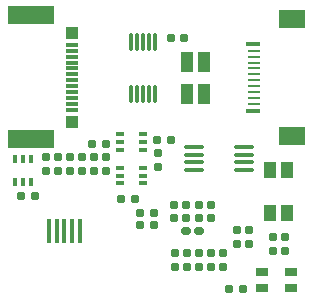
<source format=gtp>
%TF.GenerationSoftware,KiCad,Pcbnew,(6.0.10)*%
%TF.CreationDate,2023-01-29T16:34:22+01:00*%
%TF.ProjectId,twonkie,74776f6e-6b69-4652-9e6b-696361645f70,rev?*%
%TF.SameCoordinates,PX448d510PY20b3950*%
%TF.FileFunction,Paste,Top*%
%TF.FilePolarity,Positive*%
%FSLAX46Y46*%
G04 Gerber Fmt 4.6, Leading zero omitted, Abs format (unit mm)*
G04 Created by KiCad (PCBNEW (6.0.10)) date 2023-01-29 16:34:22*
%MOMM*%
%LPD*%
G01*
G04 APERTURE LIST*
G04 Aperture macros list*
%AMRoundRect*
0 Rectangle with rounded corners*
0 $1 Rounding radius*
0 $2 $3 $4 $5 $6 $7 $8 $9 X,Y pos of 4 corners*
0 Add a 4 corners polygon primitive as box body*
4,1,4,$2,$3,$4,$5,$6,$7,$8,$9,$2,$3,0*
0 Add four circle primitives for the rounded corners*
1,1,$1+$1,$2,$3*
1,1,$1+$1,$4,$5*
1,1,$1+$1,$6,$7*
1,1,$1+$1,$8,$9*
0 Add four rect primitives between the rounded corners*
20,1,$1+$1,$2,$3,$4,$5,0*
20,1,$1+$1,$4,$5,$6,$7,0*
20,1,$1+$1,$6,$7,$8,$9,0*
20,1,$1+$1,$8,$9,$2,$3,0*%
G04 Aperture macros list end*
%ADD10R,0.450000X2.000000*%
%ADD11RoundRect,0.160000X-0.160000X0.197500X-0.160000X-0.197500X0.160000X-0.197500X0.160000X0.197500X0*%
%ADD12RoundRect,0.160000X0.160000X-0.197500X0.160000X0.197500X-0.160000X0.197500X-0.160000X-0.197500X0*%
%ADD13RoundRect,0.160000X0.197500X0.160000X-0.197500X0.160000X-0.197500X-0.160000X0.197500X-0.160000X0*%
%ADD14R,0.650000X0.400000*%
%ADD15RoundRect,0.155000X0.155000X-0.212500X0.155000X0.212500X-0.155000X0.212500X-0.155000X-0.212500X0*%
%ADD16RoundRect,0.160000X-0.197500X-0.160000X0.197500X-0.160000X0.197500X0.160000X-0.197500X0.160000X0*%
%ADD17RoundRect,0.100000X-0.712500X-0.100000X0.712500X-0.100000X0.712500X0.100000X-0.712500X0.100000X0*%
%ADD18R,0.400000X0.650000*%
%ADD19R,1.000000X0.800000*%
%ADD20RoundRect,0.155000X-0.212500X-0.155000X0.212500X-0.155000X0.212500X0.155000X-0.212500X0.155000X0*%
%ADD21R,1.250000X0.410000*%
%ADD22R,1.000000X0.260000*%
%ADD23R,2.200000X1.500000*%
%ADD24R,1.000000X0.300000*%
%ADD25R,1.000000X1.000000*%
%ADD26R,4.000000X1.500000*%
%ADD27R,1.050000X1.400000*%
%ADD28RoundRect,0.160000X-0.222500X-0.160000X0.222500X-0.160000X0.222500X0.160000X-0.222500X0.160000X0*%
%ADD29R,1.100000X1.750000*%
%ADD30RoundRect,0.075000X0.075000X-0.650000X0.075000X0.650000X-0.075000X0.650000X-0.075000X-0.650000X0*%
G04 APERTURE END LIST*
D10*
%TO.C,J3*%
X3729200Y-19390800D03*
X4379200Y-19390800D03*
X5029200Y-19390800D03*
X5679200Y-19390800D03*
X6329200Y-19390800D03*
%TD*%
D11*
%TO.C,R17*%
X14414500Y-21246500D03*
X14414500Y-22441500D03*
%TD*%
%TO.C,R19*%
X16446500Y-21246500D03*
X16446500Y-22441500D03*
%TD*%
D12*
%TO.C,R10*%
X7556500Y-14313500D03*
X7556500Y-13118500D03*
%TD*%
%TO.C,R12*%
X5524500Y-14313500D03*
X5524500Y-13118500D03*
%TD*%
D11*
%TO.C,R15*%
X3492500Y-13118500D03*
X3492500Y-14313500D03*
%TD*%
D13*
%TO.C,R8*%
X8535000Y-12001500D03*
X7340000Y-12001500D03*
%TD*%
D11*
%TO.C,R18*%
X15430500Y-21246500D03*
X15430500Y-22441500D03*
%TD*%
D12*
%TO.C,R11*%
X6540500Y-14313500D03*
X6540500Y-13118500D03*
%TD*%
%TO.C,R1*%
X19685000Y-20473000D03*
X19685000Y-19278000D03*
%TD*%
D14*
%TO.C,Q2*%
X11681500Y-15318500D03*
X11681500Y-14668500D03*
X11681500Y-14018500D03*
X9781500Y-14018500D03*
X9781500Y-14668500D03*
X9781500Y-15318500D03*
%TD*%
D13*
%TO.C,R7*%
X20155500Y-24257000D03*
X18960500Y-24257000D03*
%TD*%
D12*
%TO.C,R13*%
X4508500Y-14313500D03*
X4508500Y-13118500D03*
%TD*%
D13*
%TO.C,R22*%
X11011500Y-16637000D03*
X9816500Y-16637000D03*
%TD*%
D15*
%TO.C,C4*%
X14351000Y-18284000D03*
X14351000Y-17149000D03*
%TD*%
D11*
%TO.C,R23*%
X12954000Y-12737500D03*
X12954000Y-13932500D03*
%TD*%
D16*
%TO.C,R14*%
X1371000Y-16383000D03*
X2566000Y-16383000D03*
%TD*%
%TO.C,R16*%
X12864500Y-11684000D03*
X14059500Y-11684000D03*
%TD*%
D17*
%TO.C,U5*%
X16048500Y-12233000D03*
X16048500Y-12883000D03*
X16048500Y-13533000D03*
X16048500Y-14183000D03*
X20273500Y-14183000D03*
X20273500Y-13533000D03*
X20273500Y-12883000D03*
X20273500Y-12233000D03*
%TD*%
D11*
%TO.C,R20*%
X17462500Y-21246500D03*
X17462500Y-22441500D03*
%TD*%
%TO.C,R21*%
X18478500Y-21246500D03*
X18478500Y-22441500D03*
%TD*%
D14*
%TO.C,Q3*%
X9781500Y-11161000D03*
X9781500Y-11811000D03*
X9781500Y-12461000D03*
X11681500Y-12461000D03*
X11681500Y-11811000D03*
X11681500Y-11161000D03*
%TD*%
D18*
%TO.C,Q1*%
X2174000Y-13274000D03*
X1524000Y-13274000D03*
X874000Y-13274000D03*
X874000Y-15174000D03*
X1524000Y-15174000D03*
X2174000Y-15174000D03*
%TD*%
D19*
%TO.C,DS2*%
X24237000Y-24195000D03*
X24237000Y-22795000D03*
X21737000Y-22795000D03*
X21737000Y-24195000D03*
%TD*%
D20*
%TO.C,C9*%
X14037500Y-3048000D03*
X15172500Y-3048000D03*
%TD*%
D21*
%TO.C,J1*%
X20965000Y-3525000D03*
D22*
X21090000Y-4100000D03*
X21090000Y-4600000D03*
X21090000Y-5100000D03*
X21090000Y-5600000D03*
X21090000Y-6100000D03*
X21090000Y-6600000D03*
X21090000Y-7100000D03*
X21090000Y-7600000D03*
X21090000Y-8100000D03*
X21090000Y-8600000D03*
D21*
X20965000Y-9175000D03*
D23*
X24290000Y-11300000D03*
X24290000Y-1400000D03*
%TD*%
D24*
%TO.C,J2*%
X5675000Y-3600000D03*
X5675000Y-4100000D03*
X5675000Y-4600000D03*
X5675000Y-5100000D03*
X5675000Y-5600000D03*
X5675000Y-6100000D03*
X5675000Y-6600000D03*
X5675000Y-7100000D03*
X5675000Y-7600000D03*
X5675000Y-8100000D03*
X5675000Y-8600000D03*
X5675000Y-9100000D03*
D25*
X5675000Y-2600000D03*
X5675000Y-10100000D03*
D26*
X2215000Y-1100000D03*
X2215000Y-11600000D03*
%TD*%
D13*
%TO.C,R26*%
X12662500Y-17843500D03*
X11467500Y-17843500D03*
%TD*%
D16*
%TO.C,R25*%
X11467500Y-18859500D03*
X12662500Y-18859500D03*
%TD*%
D12*
%TO.C,R9*%
X8572500Y-14313500D03*
X8572500Y-13118500D03*
%TD*%
D15*
%TO.C,C5*%
X16446500Y-18284000D03*
X16446500Y-17149000D03*
%TD*%
D12*
%TO.C,R6*%
X22669500Y-21044500D03*
X22669500Y-19849500D03*
%TD*%
D11*
%TO.C,R24*%
X23685500Y-19849500D03*
X23685500Y-21044500D03*
%TD*%
D12*
%TO.C,R27*%
X20701000Y-20473000D03*
X20701000Y-19278000D03*
%TD*%
D27*
%TO.C,SW1*%
X22457500Y-17802000D03*
X22457500Y-14202000D03*
X23897500Y-14202000D03*
X23897500Y-17802000D03*
%TD*%
D28*
%TO.C,FB2*%
X15302500Y-19392900D03*
X16447500Y-19392900D03*
%TD*%
D15*
%TO.C,C2*%
X15367000Y-18284000D03*
X15367000Y-17149000D03*
%TD*%
%TO.C,C6*%
X17462500Y-18284000D03*
X17462500Y-17149000D03*
%TD*%
D29*
%TO.C,R29*%
X16830500Y-7766500D03*
X15430500Y-7766500D03*
X16830500Y-5016500D03*
X15430500Y-5016500D03*
%TD*%
D30*
%TO.C,U2*%
X10684000Y-7788000D03*
X11184000Y-7788000D03*
X11684000Y-7788000D03*
X12184000Y-7788000D03*
X12684000Y-7788000D03*
X12684000Y-3388000D03*
X12184000Y-3388000D03*
X11684000Y-3388000D03*
X11184000Y-3388000D03*
X10684000Y-3388000D03*
%TD*%
M02*

</source>
